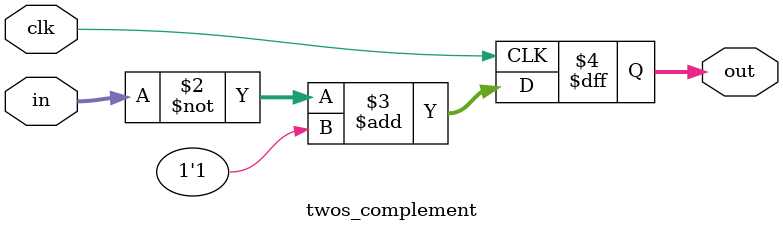
<source format=sv>

module twos_complement(
    input logic clk,
    input logic [15:0] in,
    output logic [15:0] out
);

always_ff @(posedge clk) begin
    out <= ~in + 1'b1;
end

endmodule

</source>
